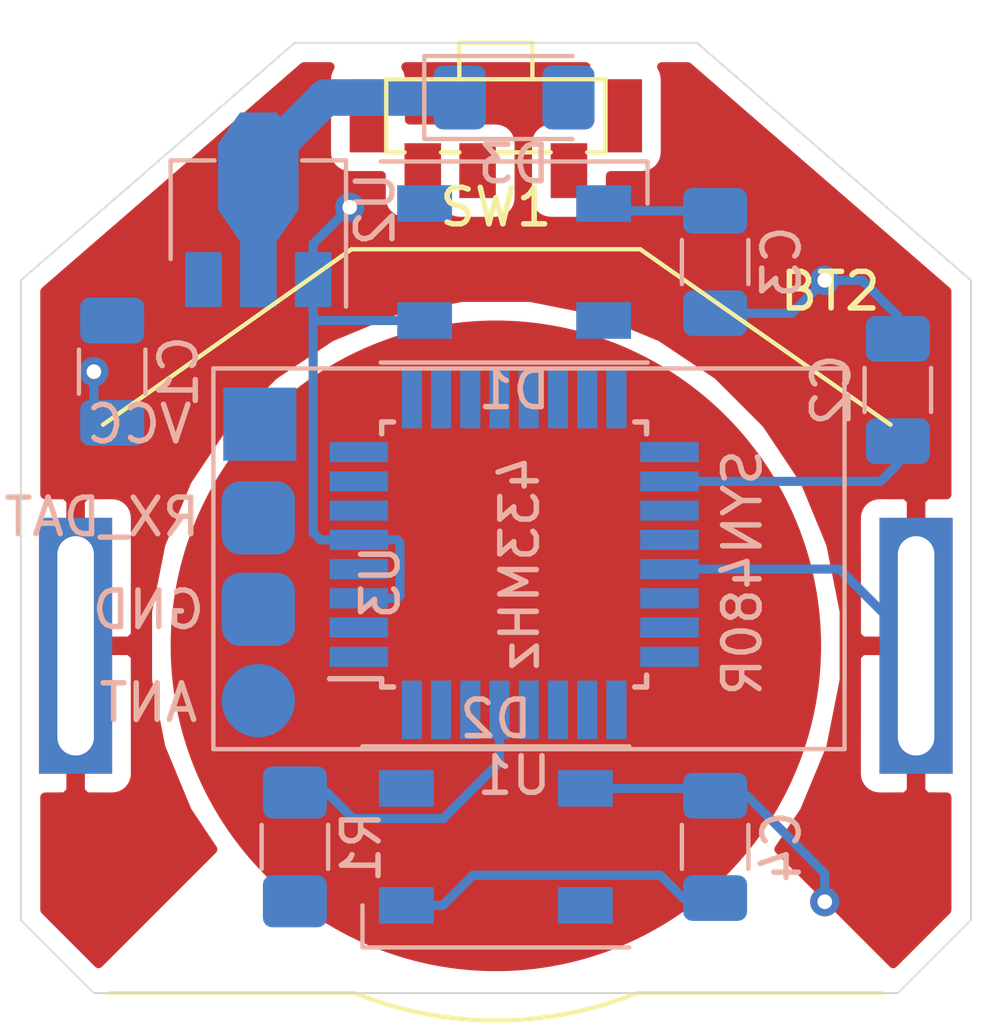
<source format=kicad_pcb>
(kicad_pcb (version 20171130) (host pcbnew 5.1.5)

  (general
    (thickness 1.6)
    (drawings 8)
    (tracks 53)
    (zones 0)
    (modules 13)
    (nets 35)
  )

  (page A4)
  (layers
    (0 F.Cu signal hide)
    (31 B.Cu signal)
    (32 B.Adhes user hide)
    (33 F.Adhes user hide)
    (34 B.Paste user)
    (35 F.Paste user hide)
    (36 B.SilkS user)
    (37 F.SilkS user hide)
    (38 B.Mask user)
    (39 F.Mask user hide)
    (40 Dwgs.User user hide)
    (41 Cmts.User user hide)
    (42 Eco1.User user hide)
    (43 Eco2.User user hide)
    (44 Edge.Cuts user)
    (45 Margin user hide)
    (46 B.CrtYd user)
    (47 F.CrtYd user hide)
    (48 B.Fab user)
    (49 F.Fab user hide)
  )

  (setup
    (last_trace_width 0.25)
    (user_trace_width 0.5)
    (user_trace_width 1)
    (trace_clearance 0.2)
    (zone_clearance 0.508)
    (zone_45_only no)
    (trace_min 0.2)
    (via_size 0.8)
    (via_drill 0.4)
    (via_min_size 0.4)
    (via_min_drill 0.3)
    (uvia_size 0.3)
    (uvia_drill 0.1)
    (uvias_allowed no)
    (uvia_min_size 0.2)
    (uvia_min_drill 0.1)
    (edge_width 0.05)
    (segment_width 0.2)
    (pcb_text_width 0.3)
    (pcb_text_size 1.5 1.5)
    (mod_edge_width 0.12)
    (mod_text_size 1 1)
    (mod_text_width 0.15)
    (pad_size 2 2)
    (pad_drill 0)
    (pad_to_mask_clearance 0.051)
    (solder_mask_min_width 0.25)
    (aux_axis_origin 0 0)
    (visible_elements FFFFFF7F)
    (pcbplotparams
      (layerselection 0x010fc_ffffffff)
      (usegerberextensions false)
      (usegerberattributes false)
      (usegerberadvancedattributes false)
      (creategerberjobfile false)
      (excludeedgelayer true)
      (linewidth 0.100000)
      (plotframeref false)
      (viasonmask false)
      (mode 1)
      (useauxorigin false)
      (hpglpennumber 1)
      (hpglpenspeed 20)
      (hpglpendiameter 15.000000)
      (psnegative false)
      (psa4output false)
      (plotreference true)
      (plotvalue true)
      (plotinvisibletext false)
      (padsonsilk false)
      (subtractmaskfromsilk false)
      (outputformat 1)
      (mirror false)
      (drillshape 1)
      (scaleselection 1)
      (outputdirectory ""))
  )

  (net 0 "")
  (net 1 GND)
  (net 2 vCC_REG)
  (net 3 "Net-(D2-Pad2)")
  (net 4 "Net-(R1-Pad2)")
  (net 5 "Net-(U1-Pad32)")
  (net 6 "Net-(U1-Pad31)")
  (net 7 "Net-(U1-Pad30)")
  (net 8 "Net-(U1-Pad28)")
  (net 9 "Net-(U1-Pad27)")
  (net 10 "Net-(U1-Pad26)")
  (net 11 "Net-(U1-Pad25)")
  (net 12 "Net-(U1-Pad24)")
  (net 13 "Net-(U1-Pad23)")
  (net 14 "Net-(U1-Pad22)")
  (net 15 "Net-(U1-Pad20)")
  (net 16 "Net-(U1-Pad19)")
  (net 17 "Net-(U1-Pad17)")
  (net 18 "Net-(U1-Pad16)")
  (net 19 "Net-(U1-Pad14)")
  (net 20 "Net-(U1-Pad13)")
  (net 21 "Net-(U1-Pad12)")
  (net 22 "Net-(U1-Pad11)")
  (net 23 "Net-(U1-Pad9)")
  (net 24 "Net-(U1-Pad8)")
  (net 25 "Net-(U1-Pad7)")
  (net 26 "Net-(U1-Pad2)")
  (net 27 "Net-(U1-Pad1)")
  (net 28 vBatt)
  (net 29 "Net-(BT1-Pad1)")
  (net 30 "Net-(D3-Pad2)")
  (net 31 LED1DIN)
  (net 32 LEDDODI)
  (net 33 vBattSwitched)
  (net 34 RXDATA)

  (net_class Default "This is the default net class."
    (clearance 0.2)
    (trace_width 0.25)
    (via_dia 0.8)
    (via_drill 0.4)
    (uvia_dia 0.3)
    (uvia_drill 0.1)
    (add_net GND)
    (add_net LED1DIN)
    (add_net LEDDODI)
    (add_net "Net-(BT1-Pad1)")
    (add_net "Net-(D2-Pad2)")
    (add_net "Net-(D3-Pad2)")
    (add_net "Net-(R1-Pad2)")
    (add_net "Net-(U1-Pad1)")
    (add_net "Net-(U1-Pad11)")
    (add_net "Net-(U1-Pad12)")
    (add_net "Net-(U1-Pad13)")
    (add_net "Net-(U1-Pad14)")
    (add_net "Net-(U1-Pad16)")
    (add_net "Net-(U1-Pad17)")
    (add_net "Net-(U1-Pad19)")
    (add_net "Net-(U1-Pad2)")
    (add_net "Net-(U1-Pad20)")
    (add_net "Net-(U1-Pad22)")
    (add_net "Net-(U1-Pad23)")
    (add_net "Net-(U1-Pad24)")
    (add_net "Net-(U1-Pad25)")
    (add_net "Net-(U1-Pad26)")
    (add_net "Net-(U1-Pad27)")
    (add_net "Net-(U1-Pad28)")
    (add_net "Net-(U1-Pad30)")
    (add_net "Net-(U1-Pad31)")
    (add_net "Net-(U1-Pad32)")
    (add_net "Net-(U1-Pad7)")
    (add_net "Net-(U1-Pad8)")
    (add_net "Net-(U1-Pad9)")
    (add_net RXDATA)
    (add_net vBatt)
    (add_net vBattSwitched)
    (add_net vCC_REG)
  )

  (module "SRF Pendants:BatteryHolder_Keystone_3002_1x2032" (layer F.Cu) (tedit 5E7659D9) (tstamp 5E587C2F)
    (at 114 151 180)
    (descr https://www.tme.eu/it/Document/a823211ec201a9e209042d155fe22d2b/KEYS2996.pdf)
    (tags "BR2016 CR2016 DL2016 BR2020 CL2020 BR2025 CR2025 DL2025 DR2032 CR2032 DL2032")
    (path /5E52DB5D)
    (attr smd)
    (fp_text reference BT2 (at -9.15 9.7) (layer F.SilkS)
      (effects (font (size 1 1) (thickness 0.15)))
    )
    (fp_text value Battery_Cell (at 0 -11) (layer F.Fab)
      (effects (font (size 1 1) (thickness 0.15)))
    )
    (fp_line (start -10.55 2.55) (end -10.55 5.85) (layer F.Fab) (width 0.1))
    (fp_line (start 10.55 2.55) (end 10.55 5.9) (layer F.Fab) (width 0.1))
    (fp_line (start -3.8 10.6) (end 3.8 10.6) (layer F.Fab) (width 0.1))
    (fp_line (start 10.55 -2.55) (end 10.55 -9.3) (layer F.Fab) (width 0.1))
    (fp_line (start 10.55 -9.3) (end -10.55 -9.3) (layer F.Fab) (width 0.1))
    (fp_line (start -10.55 -2.55) (end -10.55 -9.3) (layer F.Fab) (width 0.1))
    (fp_line (start -10.55 5.85) (end -3.8 10.6) (layer F.Fab) (width 0.1))
    (fp_line (start -10.8 6.05) (end -3.95 10.85) (layer F.SilkS) (width 0.12))
    (fp_line (start -3.95 10.85) (end 3.95 10.85) (layer F.SilkS) (width 0.12))
    (fp_line (start 3.95 10.85) (end 10.75 6.05) (layer F.SilkS) (width 0.12))
    (fp_line (start 10.55 5.9) (end 3.8 10.6) (layer F.Fab) (width 0.1))
    (fp_circle (center 0 0) (end 10 0) (layer Dwgs.User) (width 0.2))
    (fp_line (start -10.55 -9.5) (end -3.85 -9.5) (layer F.SilkS) (width 0.12))
    (fp_arc (start 0 0) (end 3.85 -9.5) (angle -44.1) (layer F.SilkS) (width 0.12))
    (fp_line (start 10.55 -9.5) (end 3.85 -9.5) (layer F.SilkS) (width 0.12))
    (fp_line (start -11.05 -3.05) (end -11.05 -9.8) (layer F.CrtYd) (width 0.05))
    (fp_line (start -11.05 -9.8) (end -3.9 -9.8) (layer F.CrtYd) (width 0.05))
    (fp_arc (start 0 0) (end 3.9 -9.8) (angle -43.40107348) (layer F.CrtYd) (width 0.05))
    (fp_line (start 11.05 -9.8) (end 3.9 -9.8) (layer F.CrtYd) (width 0.05))
    (fp_line (start 11.05 -9.8) (end 11.05 -3.05) (layer F.CrtYd) (width 0.05))
    (fp_line (start 11.05 3.05) (end 11.05 6.35) (layer F.CrtYd) (width 0.05))
    (fp_line (start 11.05 6.35) (end 4.3 11.1) (layer F.CrtYd) (width 0.05))
    (fp_line (start 4.3 11.1) (end -4.3 11.1) (layer F.CrtYd) (width 0.05))
    (fp_line (start -4.3 11.1) (end -11.05 6.35) (layer F.CrtYd) (width 0.05))
    (fp_line (start -11.05 6.35) (end -11.05 3.05) (layer F.CrtYd) (width 0.05))
    (fp_text user %R (at -9.15 9.7) (layer F.Fab)
      (effects (font (size 1 1) (thickness 0.15)))
    )
    (pad 1 thru_hole rect (at 11.5 0 180) (size 2 7) (drill oval 1 6) (layers *.Cu *.Mask)
      (net 1 GND))
    (pad 2 smd circle (at 0 0 180) (size 17.8 17.8) (layers F.Cu F.Mask)
      (net 29 "Net-(BT1-Pad1)"))
    (pad 1 thru_hole rect (at -11.5 0 180) (size 2 7) (drill oval 1 6) (layers *.Cu *.Mask)
      (net 1 GND))
    (model ${KISYS3DMOD}/Battery.3dshapes/BatteryHolder_Keystone_3002_1x2032.wrl
      (at (xyz 0 0 0))
      (scale (xyz 1 1 1))
      (rotate (xyz 0 0 0))
    )
  )

  (module Diode_SMD:D_1206_3216Metric_Pad1.42x1.75mm_HandSolder (layer B.Cu) (tedit 5E76572C) (tstamp 5E767A1B)
    (at 114.5 136)
    (descr "Diode SMD 1206 (3216 Metric), square (rectangular) end terminal, IPC_7351 nominal, (Body size source: http://www.tortai-tech.com/upload/download/2011102023233369053.pdf), generated with kicad-footprint-generator")
    (tags "diode handsolder")
    (path /5E767D04)
    (attr smd)
    (fp_text reference D3 (at 0 1.82) (layer B.SilkS)
      (effects (font (size 1 1) (thickness 0.15)) (justify mirror))
    )
    (fp_text value DIODE (at 0 -1.82) (layer B.Fab)
      (effects (font (size 1 1) (thickness 0.15)) (justify mirror))
    )
    (fp_text user %R (at 0 0) (layer B.Fab)
      (effects (font (size 0.8 0.8) (thickness 0.12)) (justify mirror))
    )
    (fp_line (start 2.45 -1.12) (end -2.45 -1.12) (layer B.CrtYd) (width 0.05))
    (fp_line (start 2.45 1.12) (end 2.45 -1.12) (layer B.CrtYd) (width 0.05))
    (fp_line (start -2.45 1.12) (end 2.45 1.12) (layer B.CrtYd) (width 0.05))
    (fp_line (start -2.45 -1.12) (end -2.45 1.12) (layer B.CrtYd) (width 0.05))
    (fp_line (start -2.46 -1.135) (end 1.6 -1.135) (layer B.SilkS) (width 0.12))
    (fp_line (start -2.46 1.135) (end -2.46 -1.135) (layer B.SilkS) (width 0.12))
    (fp_line (start 1.6 1.135) (end -2.46 1.135) (layer B.SilkS) (width 0.12))
    (fp_line (start 1.6 -0.8) (end 1.6 0.8) (layer B.Fab) (width 0.1))
    (fp_line (start -1.6 -0.8) (end 1.6 -0.8) (layer B.Fab) (width 0.1))
    (fp_line (start -1.6 0.4) (end -1.6 -0.8) (layer B.Fab) (width 0.1))
    (fp_line (start -1.2 0.8) (end -1.6 0.4) (layer B.Fab) (width 0.1))
    (fp_line (start 1.6 0.8) (end -1.2 0.8) (layer B.Fab) (width 0.1))
    (pad 2 smd roundrect (at 1.4875 0) (size 1.425 1.75) (layers B.Cu B.Paste B.Mask) (roundrect_rratio 0.175)
      (net 30 "Net-(D3-Pad2)"))
    (pad 1 smd roundrect (at -1.4875 0) (size 1.425 1.75) (layers B.Cu B.Paste B.Mask) (roundrect_rratio 0.175439)
      (net 33 vBattSwitched))
    (model ${KISYS3DMOD}/Diode_SMD.3dshapes/D_1206_3216Metric.wrl
      (at (xyz 0 0 0))
      (scale (xyz 1 1 1))
      (rotate (xyz 0 0 0))
    )
  )

  (module "SRF Pendants:RF433_SYN480R" (layer B.Cu) (tedit 5E7666AA) (tstamp 5E58807E)
    (at 105 149 270)
    (path /5E5322A6)
    (fp_text reference U3 (at 0.254 -5.842 270) (layer B.SilkS)
      (effects (font (size 1 1) (thickness 0.15)) (justify mirror))
    )
    (fp_text value RF433-SYN480R (at 0 0.5 270) (layer B.Fab)
      (effects (font (size 1 1) (thickness 0.15)) (justify mirror))
    )
    (fp_text user ANT (at 3.556 0.508 180) (layer B.SilkS)
      (effects (font (size 1 1) (thickness 0.15)) (justify mirror))
    )
    (fp_text user GND (at 1.016 0.508 180) (layer B.SilkS)
      (effects (font (size 1 1) (thickness 0.15)) (justify mirror))
    )
    (fp_text user RX_DAT (at -1.524 1.778 180) (layer B.SilkS)
      (effects (font (size 1 1) (thickness 0.15)) (justify mirror))
    )
    (fp_text user VCC (at -4.064 0.762 180) (layer B.SilkS)
      (effects (font (size 1 1) (thickness 0.15)) (justify mirror))
    )
    (fp_text user 433MHz (at -0.254 -9.652 270) (layer B.SilkS)
      (effects (font (size 1 1) (thickness 0.15)) (justify mirror))
    )
    (fp_text user SYN480R (at 0 -15.748 270) (layer B.SilkS)
      (effects (font (size 1 1) (thickness 0.15)) (justify mirror))
    )
    (fp_line (start 4.826 -18.542) (end 4.826 -1.27) (layer B.SilkS) (width 0.12))
    (fp_line (start -5.588 -18.542) (end 4.826 -18.542) (layer B.SilkS) (width 0.12))
    (fp_line (start -5.588 -1.27) (end -5.588 -18.542) (layer B.SilkS) (width 0.12))
    (fp_line (start 4.826 -1.27) (end -5.588 -1.27) (layer B.SilkS) (width 0.12))
    (fp_arc (start -3.5 -17) (end -3.5 -15.5) (angle 90) (layer Dwgs.User) (width 0.12))
    (fp_arc (start -3.5 -17) (end -5 -17) (angle 90) (layer Dwgs.User) (width 0.12))
    (fp_arc (start 3 -17) (end 4.5 -17) (angle 90) (layer Dwgs.User) (width 0.12))
    (fp_arc (start 3 -17) (end 3 -18.5) (angle 90) (layer Dwgs.User) (width 0.12))
    (pad 4 smd circle (at 3.5 -2.5 270) (size 2 2) (layers B.Cu B.Paste B.Mask)
      (thermal_gap 0.5))
    (pad 3 smd roundrect (at 1 -2.5 270) (size 2 2) (layers B.Cu B.Paste B.Mask) (roundrect_rratio 0.25))
    (pad 2 smd roundrect (at -1.5 -2.5 270) (size 2 2) (layers B.Cu B.Paste B.Mask) (roundrect_rratio 0.25))
    (pad 1 smd rect (at -4.064 -2.54 270) (size 2 2) (layers B.Cu B.Paste B.Mask))
  )

  (module LED_SMD:LED_SK6812_PLCC4_5.0x5.0mm_P3.2mm (layer B.Cu) (tedit 5AA4B263) (tstamp 5E547972)
    (at 114.5 140.5)
    (descr https://cdn-shop.adafruit.com/product-files/1138/SK6812+LED+datasheet+.pdf)
    (tags "LED RGB NeoPixel")
    (path /5E52C706)
    (attr smd)
    (fp_text reference D1 (at 0 3.5) (layer B.SilkS)
      (effects (font (size 1 1) (thickness 0.15)) (justify mirror))
    )
    (fp_text value WS2812B (at 0 -4) (layer B.Fab)
      (effects (font (size 1 1) (thickness 0.15)) (justify mirror))
    )
    (fp_circle (center 0 0) (end 0 2) (layer B.Fab) (width 0.1))
    (fp_line (start 3.65 -2.75) (end 3.65 -1.6) (layer B.SilkS) (width 0.12))
    (fp_line (start -3.65 -2.75) (end 3.65 -2.75) (layer B.SilkS) (width 0.12))
    (fp_line (start -3.65 2.75) (end 3.65 2.75) (layer B.SilkS) (width 0.12))
    (fp_line (start 2.5 2.5) (end -2.5 2.5) (layer B.Fab) (width 0.1))
    (fp_line (start 2.5 -2.5) (end 2.5 2.5) (layer B.Fab) (width 0.1))
    (fp_line (start -2.5 -2.5) (end 2.5 -2.5) (layer B.Fab) (width 0.1))
    (fp_line (start -2.5 2.5) (end -2.5 -2.5) (layer B.Fab) (width 0.1))
    (fp_line (start 2.5 -1.5) (end 1.5 -2.5) (layer B.Fab) (width 0.1))
    (fp_line (start -3.45 2.75) (end -3.45 -2.75) (layer B.CrtYd) (width 0.05))
    (fp_line (start -3.45 -2.75) (end 3.45 -2.75) (layer B.CrtYd) (width 0.05))
    (fp_line (start 3.45 -2.75) (end 3.45 2.75) (layer B.CrtYd) (width 0.05))
    (fp_line (start 3.45 2.75) (end -3.45 2.75) (layer B.CrtYd) (width 0.05))
    (fp_text user %R (at 0 0) (layer B.Fab)
      (effects (font (size 0.8 0.8) (thickness 0.15)) (justify mirror))
    )
    (pad 3 smd rect (at -2.45 1.6) (size 1.5 1) (layers B.Cu B.Paste B.Mask)
      (net 1 GND))
    (pad 4 smd rect (at -2.45 -1.6) (size 1.5 1) (layers B.Cu B.Paste B.Mask)
      (net 31 LED1DIN))
    (pad 2 smd rect (at 2.45 1.6) (size 1.5 1) (layers B.Cu B.Paste B.Mask)
      (net 32 LEDDODI))
    (pad 1 smd rect (at 2.45 -1.6) (size 1.5 1) (layers B.Cu B.Paste B.Mask)
      (net 2 vCC_REG))
    (model ${KISYS3DMOD}/LED_SMD.3dshapes/LED_SK6812_PLCC4_5.0x5.0mm_P3.2mm.wrl
      (at (xyz 0 0 0))
      (scale (xyz 1 1 1))
      (rotate (xyz 0 0 0))
    )
  )

  (module Package_TO_SOT_SMD:SOT-89-3 (layer B.Cu) (tedit 5E765789) (tstamp 5E5475DD)
    (at 107.5 139.5 90)
    (descr SOT-89-3)
    (tags SOT-89-3)
    (path /5E56311E)
    (attr smd)
    (fp_text reference U2 (at 0.45 3.2 90) (layer B.SilkS)
      (effects (font (size 1 1) (thickness 0.15)) (justify mirror))
    )
    (fp_text value AP2204RA-5.0 (at 0.45 -3.25 90) (layer B.Fab)
      (effects (font (size 1 1) (thickness 0.15)) (justify mirror))
    )
    (fp_line (start -2.48 -2.55) (end -2.48 2.55) (layer B.CrtYd) (width 0.05))
    (fp_line (start -2.48 -2.55) (end 3.23 -2.55) (layer B.CrtYd) (width 0.05))
    (fp_line (start 3.23 2.55) (end -2.48 2.55) (layer B.CrtYd) (width 0.05))
    (fp_line (start 3.23 2.55) (end 3.23 -2.55) (layer B.CrtYd) (width 0.05))
    (fp_line (start -0.13 2.3) (end 1.68 2.3) (layer B.Fab) (width 0.1))
    (fp_line (start -0.92 -2.3) (end -0.92 1.51) (layer B.Fab) (width 0.1))
    (fp_line (start 1.68 -2.3) (end -0.92 -2.3) (layer B.Fab) (width 0.1))
    (fp_line (start 1.68 2.3) (end 1.68 -2.3) (layer B.Fab) (width 0.1))
    (fp_line (start -0.92 1.51) (end -0.13 2.3) (layer B.Fab) (width 0.1))
    (fp_line (start 1.78 2.4) (end 1.78 1.2) (layer B.SilkS) (width 0.12))
    (fp_line (start -2.22 2.4) (end 1.78 2.4) (layer B.SilkS) (width 0.12))
    (fp_line (start 1.78 -2.4) (end -0.92 -2.4) (layer B.SilkS) (width 0.12))
    (fp_line (start 1.78 -1.2) (end 1.78 -2.4) (layer B.SilkS) (width 0.12))
    (fp_text user %R (at 0.38 0 180) (layer B.Fab)
      (effects (font (size 0.6 0.6) (thickness 0.09)) (justify mirror))
    )
    (pad 2 smd trapezoid (at -0.0762 0) (size 1.5 1) (rect_delta 0 -0.7 ) (layers B.Cu B.Paste B.Mask)
      (net 30 "Net-(D3-Pad2)"))
    (pad 2 smd rect (at 1.3335 0 180) (size 2.2 1.84) (layers B.Cu B.Paste B.Mask)
      (net 30 "Net-(D3-Pad2)"))
    (pad 3 smd rect (at -1.48 -1.5 180) (size 1 1.5) (layers B.Cu B.Paste B.Mask)
      (net 2 vCC_REG))
    (pad 2 smd rect (at -1.3335 0 180) (size 1 1.8) (layers B.Cu B.Paste B.Mask)
      (net 30 "Net-(D3-Pad2)"))
    (pad 1 smd rect (at -1.48 1.5 180) (size 1 1.5) (layers B.Cu B.Paste B.Mask)
      (net 1 GND))
    (pad 2 smd trapezoid (at 2.667 0 180) (size 1.6 0.85) (rect_delta 0 -0.6 ) (layers B.Cu B.Paste B.Mask)
      (net 30 "Net-(D3-Pad2)"))
    (model ${KISYS3DMOD}/Package_TO_SOT_SMD.3dshapes/SOT-89-3.wrl
      (at (xyz 0 0 0))
      (scale (xyz 1 1 1))
      (rotate (xyz 0 0 0))
    )
  )

  (module Package_QFP:TQFP-32_7x7mm_P0.8mm (layer B.Cu) (tedit 5A02F146) (tstamp 5E5999F6)
    (at 114.5 148.5)
    (descr "32-Lead Plastic Thin Quad Flatpack (PT) - 7x7x1.0 mm Body, 2.00 mm [TQFP] (see Microchip Packaging Specification 00000049BS.pdf)")
    (tags "QFP 0.8")
    (path /5E52B69A)
    (attr smd)
    (fp_text reference U1 (at 0 6.05) (layer B.SilkS)
      (effects (font (size 1 1) (thickness 0.15)) (justify mirror))
    )
    (fp_text value ATmega328P-AU (at 0 -6.05) (layer B.Fab)
      (effects (font (size 1 1) (thickness 0.15)) (justify mirror))
    )
    (fp_line (start -3.625 3.4) (end -5.05 3.4) (layer B.SilkS) (width 0.15))
    (fp_line (start 3.625 3.625) (end 3.3 3.625) (layer B.SilkS) (width 0.15))
    (fp_line (start 3.625 -3.625) (end 3.3 -3.625) (layer B.SilkS) (width 0.15))
    (fp_line (start -3.625 -3.625) (end -3.3 -3.625) (layer B.SilkS) (width 0.15))
    (fp_line (start -3.625 3.625) (end -3.3 3.625) (layer B.SilkS) (width 0.15))
    (fp_line (start -3.625 -3.625) (end -3.625 -3.3) (layer B.SilkS) (width 0.15))
    (fp_line (start 3.625 -3.625) (end 3.625 -3.3) (layer B.SilkS) (width 0.15))
    (fp_line (start 3.625 3.625) (end 3.625 3.3) (layer B.SilkS) (width 0.15))
    (fp_line (start -3.625 3.625) (end -3.625 3.4) (layer B.SilkS) (width 0.15))
    (fp_line (start -5.3 -5.3) (end 5.3 -5.3) (layer B.CrtYd) (width 0.05))
    (fp_line (start -5.3 5.3) (end 5.3 5.3) (layer B.CrtYd) (width 0.05))
    (fp_line (start 5.3 5.3) (end 5.3 -5.3) (layer B.CrtYd) (width 0.05))
    (fp_line (start -5.3 5.3) (end -5.3 -5.3) (layer B.CrtYd) (width 0.05))
    (fp_line (start -3.5 2.5) (end -2.5 3.5) (layer B.Fab) (width 0.15))
    (fp_line (start -3.5 -3.5) (end -3.5 2.5) (layer B.Fab) (width 0.15))
    (fp_line (start 3.5 -3.5) (end -3.5 -3.5) (layer B.Fab) (width 0.15))
    (fp_line (start 3.5 3.5) (end 3.5 -3.5) (layer B.Fab) (width 0.15))
    (fp_line (start -2.5 3.5) (end 3.5 3.5) (layer B.Fab) (width 0.15))
    (fp_text user %R (at 0 0 270) (layer B.Fab)
      (effects (font (size 1 1) (thickness 0.15)) (justify mirror))
    )
    (pad 32 smd rect (at -2.8 4.25 270) (size 1.6 0.55) (layers B.Cu B.Paste B.Mask)
      (net 5 "Net-(U1-Pad32)"))
    (pad 31 smd rect (at -2 4.25 270) (size 1.6 0.55) (layers B.Cu B.Paste B.Mask)
      (net 6 "Net-(U1-Pad31)"))
    (pad 30 smd rect (at -1.2 4.25 270) (size 1.6 0.55) (layers B.Cu B.Paste B.Mask)
      (net 7 "Net-(U1-Pad30)"))
    (pad 29 smd rect (at -0.4 4.25 270) (size 1.6 0.55) (layers B.Cu B.Paste B.Mask)
      (net 4 "Net-(R1-Pad2)"))
    (pad 28 smd rect (at 0.4 4.25 270) (size 1.6 0.55) (layers B.Cu B.Paste B.Mask)
      (net 8 "Net-(U1-Pad28)"))
    (pad 27 smd rect (at 1.2 4.25 270) (size 1.6 0.55) (layers B.Cu B.Paste B.Mask)
      (net 9 "Net-(U1-Pad27)"))
    (pad 26 smd rect (at 2 4.25 270) (size 1.6 0.55) (layers B.Cu B.Paste B.Mask)
      (net 10 "Net-(U1-Pad26)"))
    (pad 25 smd rect (at 2.8 4.25 270) (size 1.6 0.55) (layers B.Cu B.Paste B.Mask)
      (net 11 "Net-(U1-Pad25)"))
    (pad 24 smd rect (at 4.25 2.8) (size 1.6 0.55) (layers B.Cu B.Paste B.Mask)
      (net 12 "Net-(U1-Pad24)"))
    (pad 23 smd rect (at 4.25 2) (size 1.6 0.55) (layers B.Cu B.Paste B.Mask)
      (net 13 "Net-(U1-Pad23)"))
    (pad 22 smd rect (at 4.25 1.2) (size 1.6 0.55) (layers B.Cu B.Paste B.Mask)
      (net 14 "Net-(U1-Pad22)"))
    (pad 21 smd rect (at 4.25 0.4) (size 1.6 0.55) (layers B.Cu B.Paste B.Mask)
      (net 1 GND))
    (pad 20 smd rect (at 4.25 -0.4) (size 1.6 0.55) (layers B.Cu B.Paste B.Mask)
      (net 15 "Net-(U1-Pad20)"))
    (pad 19 smd rect (at 4.25 -1.2) (size 1.6 0.55) (layers B.Cu B.Paste B.Mask)
      (net 16 "Net-(U1-Pad19)"))
    (pad 18 smd rect (at 4.25 -2) (size 1.6 0.55) (layers B.Cu B.Paste B.Mask)
      (net 2 vCC_REG))
    (pad 17 smd rect (at 4.25 -2.8) (size 1.6 0.55) (layers B.Cu B.Paste B.Mask)
      (net 17 "Net-(U1-Pad17)"))
    (pad 16 smd rect (at 2.8 -4.25 270) (size 1.6 0.55) (layers B.Cu B.Paste B.Mask)
      (net 18 "Net-(U1-Pad16)"))
    (pad 15 smd rect (at 2 -4.25 270) (size 1.6 0.55) (layers B.Cu B.Paste B.Mask)
      (net 34 RXDATA))
    (pad 14 smd rect (at 1.2 -4.25 270) (size 1.6 0.55) (layers B.Cu B.Paste B.Mask)
      (net 19 "Net-(U1-Pad14)"))
    (pad 13 smd rect (at 0.4 -4.25 270) (size 1.6 0.55) (layers B.Cu B.Paste B.Mask)
      (net 20 "Net-(U1-Pad13)"))
    (pad 12 smd rect (at -0.4 -4.25 270) (size 1.6 0.55) (layers B.Cu B.Paste B.Mask)
      (net 21 "Net-(U1-Pad12)"))
    (pad 11 smd rect (at -1.2 -4.25 270) (size 1.6 0.55) (layers B.Cu B.Paste B.Mask)
      (net 22 "Net-(U1-Pad11)"))
    (pad 10 smd rect (at -2 -4.25 270) (size 1.6 0.55) (layers B.Cu B.Paste B.Mask)
      (net 31 LED1DIN))
    (pad 9 smd rect (at -2.8 -4.25 270) (size 1.6 0.55) (layers B.Cu B.Paste B.Mask)
      (net 23 "Net-(U1-Pad9)"))
    (pad 8 smd rect (at -4.25 -2.8) (size 1.6 0.55) (layers B.Cu B.Paste B.Mask)
      (net 24 "Net-(U1-Pad8)"))
    (pad 7 smd rect (at -4.25 -2) (size 1.6 0.55) (layers B.Cu B.Paste B.Mask)
      (net 25 "Net-(U1-Pad7)"))
    (pad 6 smd rect (at -4.25 -1.2) (size 1.6 0.55) (layers B.Cu B.Paste B.Mask)
      (net 2 vCC_REG))
    (pad 5 smd rect (at -4.25 -0.4) (size 1.6 0.55) (layers B.Cu B.Paste B.Mask)
      (net 1 GND))
    (pad 4 smd rect (at -4.25 0.4) (size 1.6 0.55) (layers B.Cu B.Paste B.Mask)
      (net 2 vCC_REG))
    (pad 3 smd rect (at -4.25 1.2) (size 1.6 0.55) (layers B.Cu B.Paste B.Mask)
      (net 1 GND))
    (pad 2 smd rect (at -4.25 2) (size 1.6 0.55) (layers B.Cu B.Paste B.Mask)
      (net 26 "Net-(U1-Pad2)"))
    (pad 1 smd rect (at -4.25 2.8) (size 1.6 0.55) (layers B.Cu B.Paste B.Mask)
      (net 27 "Net-(U1-Pad1)"))
    (model ${KISYS3DMOD}/Package_QFP.3dshapes/TQFP-32_7x7mm_P0.8mm.wrl
      (at (xyz 0 0 0))
      (scale (xyz 1 1 1))
      (rotate (xyz 0 0 0))
    )
  )

  (module "SRF Pendants:UX0303_SPDP_SMD_Switch" (layer F.Cu) (tedit 5E547E4F) (tstamp 5E54758E)
    (at 114 139.5 180)
    (path /5E537729)
    (fp_text reference SW1 (at 0 0.5) (layer F.SilkS)
      (effects (font (size 1 1) (thickness 0.15)))
    )
    (fp_text value SW_SPST (at 0 -0.5) (layer F.Fab)
      (effects (font (size 1 1) (thickness 0.15)))
    )
    (fp_line (start -2.5 2) (end -3 2) (layer F.SilkS) (width 0.12))
    (fp_line (start 0 2) (end -1.5 2) (layer F.SilkS) (width 0.12))
    (fp_line (start 1.5 2) (end 1 2) (layer F.SilkS) (width 0.12))
    (fp_line (start 3 2) (end 2.5 2) (layer F.SilkS) (width 0.12))
    (fp_line (start 3 2) (end 3 4) (layer F.SilkS) (width 0.12))
    (fp_line (start 3 4) (end -3 4) (layer F.SilkS) (width 0.12))
    (fp_line (start -3 4) (end -3 2) (layer F.SilkS) (width 0.12))
    (fp_line (start -1 4) (end -1 5) (layer F.SilkS) (width 0.12))
    (fp_line (start -1 5) (end 1 5) (layer F.SilkS) (width 0.12))
    (fp_line (start 1 5) (end 1 4) (layer F.SilkS) (width 0.12))
    (pad X smd rect (at -3.5 3 180) (size 1 2) (layers F.Cu F.Paste F.Mask))
    (pad X smd rect (at 3.5 3 180) (size 1 2) (layers F.Cu F.Paste F.Mask))
    (pad 1 smd rect (at 2 1.5 180) (size 1 1.5) (layers F.Cu F.Paste F.Mask)
      (net 29 "Net-(BT1-Pad1)"))
    (pad 2 smd rect (at 0.5 1.5 180) (size 1 1.5) (layers F.Cu F.Paste F.Mask)
      (net 33 vBattSwitched))
    (pad 3 smd rect (at -2 1.5 180) (size 1 1.5) (layers F.Cu F.Paste F.Mask))
  )

  (module Resistor_SMD:R_1206_3216Metric_Pad1.42x1.75mm_HandSolder (layer B.Cu) (tedit 5B301BBD) (tstamp 5E54757B)
    (at 108.5 156.5 90)
    (descr "Resistor SMD 1206 (3216 Metric), square (rectangular) end terminal, IPC_7351 nominal with elongated pad for handsoldering. (Body size source: http://www.tortai-tech.com/upload/download/2011102023233369053.pdf), generated with kicad-footprint-generator")
    (tags "resistor handsolder")
    (path /5E52EB45)
    (attr smd)
    (fp_text reference R1 (at 0 1.82 90) (layer B.SilkS)
      (effects (font (size 1 1) (thickness 0.15)) (justify mirror))
    )
    (fp_text value R (at 0 -1.82 90) (layer B.Fab)
      (effects (font (size 1 1) (thickness 0.15)) (justify mirror))
    )
    (fp_text user %R (at 0 0 90) (layer B.Fab)
      (effects (font (size 0.8 0.8) (thickness 0.12)) (justify mirror))
    )
    (fp_line (start 2.45 -1.12) (end -2.45 -1.12) (layer B.CrtYd) (width 0.05))
    (fp_line (start 2.45 1.12) (end 2.45 -1.12) (layer B.CrtYd) (width 0.05))
    (fp_line (start -2.45 1.12) (end 2.45 1.12) (layer B.CrtYd) (width 0.05))
    (fp_line (start -2.45 -1.12) (end -2.45 1.12) (layer B.CrtYd) (width 0.05))
    (fp_line (start -0.602064 -0.91) (end 0.602064 -0.91) (layer B.SilkS) (width 0.12))
    (fp_line (start -0.602064 0.91) (end 0.602064 0.91) (layer B.SilkS) (width 0.12))
    (fp_line (start 1.6 -0.8) (end -1.6 -0.8) (layer B.Fab) (width 0.1))
    (fp_line (start 1.6 0.8) (end 1.6 -0.8) (layer B.Fab) (width 0.1))
    (fp_line (start -1.6 0.8) (end 1.6 0.8) (layer B.Fab) (width 0.1))
    (fp_line (start -1.6 -0.8) (end -1.6 0.8) (layer B.Fab) (width 0.1))
    (pad 2 smd roundrect (at 1.4875 0 90) (size 1.425 1.75) (layers B.Cu B.Paste B.Mask) (roundrect_rratio 0.175439)
      (net 4 "Net-(R1-Pad2)"))
    (pad 1 smd roundrect (at -1.4875 0 90) (size 1.425 1.75) (layers B.Cu B.Paste B.Mask) (roundrect_rratio 0.175439)
      (net 2 vCC_REG))
    (model ${KISYS3DMOD}/Resistor_SMD.3dshapes/R_1206_3216Metric.wrl
      (at (xyz 0 0 0))
      (scale (xyz 1 1 1))
      (rotate (xyz 0 0 0))
    )
  )

  (module LED_SMD:LED_SK6812_PLCC4_5.0x5.0mm_P3.2mm (layer B.Cu) (tedit 5AA4B263) (tstamp 5E54756A)
    (at 114 156.5 180)
    (descr https://cdn-shop.adafruit.com/product-files/1138/SK6812+LED+datasheet+.pdf)
    (tags "LED RGB NeoPixel")
    (path /5E52CF8C)
    (attr smd)
    (fp_text reference D2 (at 0 3.5) (layer B.SilkS)
      (effects (font (size 1 1) (thickness 0.15)) (justify mirror))
    )
    (fp_text value WS2812B (at 0 -4) (layer B.Fab)
      (effects (font (size 1 1) (thickness 0.15)) (justify mirror))
    )
    (fp_circle (center 0 0) (end 0 2) (layer B.Fab) (width 0.1))
    (fp_line (start 3.65 -2.75) (end 3.65 -1.6) (layer B.SilkS) (width 0.12))
    (fp_line (start -3.65 -2.75) (end 3.65 -2.75) (layer B.SilkS) (width 0.12))
    (fp_line (start -3.65 2.75) (end 3.65 2.75) (layer B.SilkS) (width 0.12))
    (fp_line (start 2.5 2.5) (end -2.5 2.5) (layer B.Fab) (width 0.1))
    (fp_line (start 2.5 -2.5) (end 2.5 2.5) (layer B.Fab) (width 0.1))
    (fp_line (start -2.5 -2.5) (end 2.5 -2.5) (layer B.Fab) (width 0.1))
    (fp_line (start -2.5 2.5) (end -2.5 -2.5) (layer B.Fab) (width 0.1))
    (fp_line (start 2.5 -1.5) (end 1.5 -2.5) (layer B.Fab) (width 0.1))
    (fp_line (start -3.45 2.75) (end -3.45 -2.75) (layer B.CrtYd) (width 0.05))
    (fp_line (start -3.45 -2.75) (end 3.45 -2.75) (layer B.CrtYd) (width 0.05))
    (fp_line (start 3.45 -2.75) (end 3.45 2.75) (layer B.CrtYd) (width 0.05))
    (fp_line (start 3.45 2.75) (end -3.45 2.75) (layer B.CrtYd) (width 0.05))
    (fp_text user %R (at 0 0) (layer B.Fab)
      (effects (font (size 0.8 0.8) (thickness 0.15)) (justify mirror))
    )
    (pad 3 smd rect (at -2.45 1.6 180) (size 1.5 1) (layers B.Cu B.Paste B.Mask)
      (net 1 GND))
    (pad 4 smd rect (at -2.45 -1.6 180) (size 1.5 1) (layers B.Cu B.Paste B.Mask)
      (net 32 LEDDODI))
    (pad 2 smd rect (at 2.45 1.6 180) (size 1.5 1) (layers B.Cu B.Paste B.Mask)
      (net 3 "Net-(D2-Pad2)"))
    (pad 1 smd rect (at 2.45 -1.6 180) (size 1.5 1) (layers B.Cu B.Paste B.Mask)
      (net 2 vCC_REG))
    (model ${KISYS3DMOD}/LED_SMD.3dshapes/LED_SK6812_PLCC4_5.0x5.0mm_P3.2mm.wrl
      (at (xyz 0 0 0))
      (scale (xyz 1 1 1))
      (rotate (xyz 0 0 0))
    )
  )

  (module Capacitor_SMD:C_1206_3216Metric (layer B.Cu) (tedit 5B301BBE) (tstamp 5E54753E)
    (at 120 156.5 90)
    (descr "Capacitor SMD 1206 (3216 Metric), square (rectangular) end terminal, IPC_7351 nominal, (Body size source: http://www.tortai-tech.com/upload/download/2011102023233369053.pdf), generated with kicad-footprint-generator")
    (tags capacitor)
    (path /5E52F2FC)
    (attr smd)
    (fp_text reference C4 (at 0 1.82 270) (layer B.SilkS)
      (effects (font (size 1 1) (thickness 0.15)) (justify mirror))
    )
    (fp_text value C_Small (at 0 -1.82 270) (layer B.Fab)
      (effects (font (size 1 1) (thickness 0.15)) (justify mirror))
    )
    (fp_text user %R (at 0 0 270) (layer B.Fab)
      (effects (font (size 0.8 0.8) (thickness 0.12)) (justify mirror))
    )
    (fp_line (start 2.28 -1.12) (end -2.28 -1.12) (layer B.CrtYd) (width 0.05))
    (fp_line (start 2.28 1.12) (end 2.28 -1.12) (layer B.CrtYd) (width 0.05))
    (fp_line (start -2.28 1.12) (end 2.28 1.12) (layer B.CrtYd) (width 0.05))
    (fp_line (start -2.28 -1.12) (end -2.28 1.12) (layer B.CrtYd) (width 0.05))
    (fp_line (start -0.602064 -0.91) (end 0.602064 -0.91) (layer B.SilkS) (width 0.12))
    (fp_line (start -0.602064 0.91) (end 0.602064 0.91) (layer B.SilkS) (width 0.12))
    (fp_line (start 1.6 -0.8) (end -1.6 -0.8) (layer B.Fab) (width 0.1))
    (fp_line (start 1.6 0.8) (end 1.6 -0.8) (layer B.Fab) (width 0.1))
    (fp_line (start -1.6 0.8) (end 1.6 0.8) (layer B.Fab) (width 0.1))
    (fp_line (start -1.6 -0.8) (end -1.6 0.8) (layer B.Fab) (width 0.1))
    (pad 2 smd roundrect (at 1.4 0 90) (size 1.25 1.75) (layers B.Cu B.Paste B.Mask) (roundrect_rratio 0.2)
      (net 1 GND))
    (pad 1 smd roundrect (at -1.4 0 90) (size 1.25 1.75) (layers B.Cu B.Paste B.Mask) (roundrect_rratio 0.2)
      (net 2 vCC_REG))
    (model ${KISYS3DMOD}/Capacitor_SMD.3dshapes/C_1206_3216Metric.wrl
      (at (xyz 0 0 0))
      (scale (xyz 1 1 1))
      (rotate (xyz 0 0 0))
    )
  )

  (module Capacitor_SMD:C_1206_3216Metric (layer B.Cu) (tedit 5B301BBE) (tstamp 5E54752D)
    (at 120 140.5 90)
    (descr "Capacitor SMD 1206 (3216 Metric), square (rectangular) end terminal, IPC_7351 nominal, (Body size source: http://www.tortai-tech.com/upload/download/2011102023233369053.pdf), generated with kicad-footprint-generator")
    (tags capacitor)
    (path /5E52EF8C)
    (attr smd)
    (fp_text reference C3 (at 0 1.82 270) (layer B.SilkS)
      (effects (font (size 1 1) (thickness 0.15)) (justify mirror))
    )
    (fp_text value C_Small (at 0 -1.82 270) (layer B.Fab)
      (effects (font (size 1 1) (thickness 0.15)) (justify mirror))
    )
    (fp_text user %R (at 0 0 270) (layer B.Fab)
      (effects (font (size 0.8 0.8) (thickness 0.12)) (justify mirror))
    )
    (fp_line (start 2.28 -1.12) (end -2.28 -1.12) (layer B.CrtYd) (width 0.05))
    (fp_line (start 2.28 1.12) (end 2.28 -1.12) (layer B.CrtYd) (width 0.05))
    (fp_line (start -2.28 1.12) (end 2.28 1.12) (layer B.CrtYd) (width 0.05))
    (fp_line (start -2.28 -1.12) (end -2.28 1.12) (layer B.CrtYd) (width 0.05))
    (fp_line (start -0.602064 -0.91) (end 0.602064 -0.91) (layer B.SilkS) (width 0.12))
    (fp_line (start -0.602064 0.91) (end 0.602064 0.91) (layer B.SilkS) (width 0.12))
    (fp_line (start 1.6 -0.8) (end -1.6 -0.8) (layer B.Fab) (width 0.1))
    (fp_line (start 1.6 0.8) (end 1.6 -0.8) (layer B.Fab) (width 0.1))
    (fp_line (start -1.6 0.8) (end 1.6 0.8) (layer B.Fab) (width 0.1))
    (fp_line (start -1.6 -0.8) (end -1.6 0.8) (layer B.Fab) (width 0.1))
    (pad 2 smd roundrect (at 1.4 0 90) (size 1.25 1.75) (layers B.Cu B.Paste B.Mask) (roundrect_rratio 0.2)
      (net 2 vCC_REG))
    (pad 1 smd roundrect (at -1.4 0 90) (size 1.25 1.75) (layers B.Cu B.Paste B.Mask) (roundrect_rratio 0.2)
      (net 1 GND))
    (model ${KISYS3DMOD}/Capacitor_SMD.3dshapes/C_1206_3216Metric.wrl
      (at (xyz 0 0 0))
      (scale (xyz 1 1 1))
      (rotate (xyz 0 0 0))
    )
  )

  (module Capacitor_SMD:C_1206_3216Metric (layer B.Cu) (tedit 5B301BBE) (tstamp 5E54751C)
    (at 125 144 270)
    (descr "Capacitor SMD 1206 (3216 Metric), square (rectangular) end terminal, IPC_7351 nominal, (Body size source: http://www.tortai-tech.com/upload/download/2011102023233369053.pdf), generated with kicad-footprint-generator")
    (tags capacitor)
    (path /5E52E5DB)
    (attr smd)
    (fp_text reference C2 (at 0 1.82 90) (layer B.SilkS)
      (effects (font (size 1 1) (thickness 0.15)) (justify mirror))
    )
    (fp_text value C_Small (at 0 -1.82 90) (layer B.Fab)
      (effects (font (size 1 1) (thickness 0.15)) (justify mirror))
    )
    (fp_text user %R (at 0 0 90) (layer B.Fab)
      (effects (font (size 0.8 0.8) (thickness 0.12)) (justify mirror))
    )
    (fp_line (start 2.28 -1.12) (end -2.28 -1.12) (layer B.CrtYd) (width 0.05))
    (fp_line (start 2.28 1.12) (end 2.28 -1.12) (layer B.CrtYd) (width 0.05))
    (fp_line (start -2.28 1.12) (end 2.28 1.12) (layer B.CrtYd) (width 0.05))
    (fp_line (start -2.28 -1.12) (end -2.28 1.12) (layer B.CrtYd) (width 0.05))
    (fp_line (start -0.602064 -0.91) (end 0.602064 -0.91) (layer B.SilkS) (width 0.12))
    (fp_line (start -0.602064 0.91) (end 0.602064 0.91) (layer B.SilkS) (width 0.12))
    (fp_line (start 1.6 -0.8) (end -1.6 -0.8) (layer B.Fab) (width 0.1))
    (fp_line (start 1.6 0.8) (end 1.6 -0.8) (layer B.Fab) (width 0.1))
    (fp_line (start -1.6 0.8) (end 1.6 0.8) (layer B.Fab) (width 0.1))
    (fp_line (start -1.6 -0.8) (end -1.6 0.8) (layer B.Fab) (width 0.1))
    (pad 2 smd roundrect (at 1.4 0 270) (size 1.25 1.75) (layers B.Cu B.Paste B.Mask) (roundrect_rratio 0.2)
      (net 2 vCC_REG))
    (pad 1 smd roundrect (at -1.4 0 270) (size 1.25 1.75) (layers B.Cu B.Paste B.Mask) (roundrect_rratio 0.2)
      (net 1 GND))
    (model ${KISYS3DMOD}/Capacitor_SMD.3dshapes/C_1206_3216Metric.wrl
      (at (xyz 0 0 0))
      (scale (xyz 1 1 1))
      (rotate (xyz 0 0 0))
    )
  )

  (module Capacitor_SMD:C_1206_3216Metric (layer B.Cu) (tedit 5B301BBE) (tstamp 5E54750B)
    (at 103.5 143.5 90)
    (descr "Capacitor SMD 1206 (3216 Metric), square (rectangular) end terminal, IPC_7351 nominal, (Body size source: http://www.tortai-tech.com/upload/download/2011102023233369053.pdf), generated with kicad-footprint-generator")
    (tags capacitor)
    (path /5E52E0A5)
    (attr smd)
    (fp_text reference C1 (at 0 1.82 90) (layer B.SilkS)
      (effects (font (size 1 1) (thickness 0.15)) (justify mirror))
    )
    (fp_text value C_Small (at 0 -1.82 90) (layer B.Fab)
      (effects (font (size 1 1) (thickness 0.15)) (justify mirror))
    )
    (fp_text user %R (at 0 0 90) (layer B.Fab)
      (effects (font (size 0.8 0.8) (thickness 0.12)) (justify mirror))
    )
    (fp_line (start 2.28 -1.12) (end -2.28 -1.12) (layer B.CrtYd) (width 0.05))
    (fp_line (start 2.28 1.12) (end 2.28 -1.12) (layer B.CrtYd) (width 0.05))
    (fp_line (start -2.28 1.12) (end 2.28 1.12) (layer B.CrtYd) (width 0.05))
    (fp_line (start -2.28 -1.12) (end -2.28 1.12) (layer B.CrtYd) (width 0.05))
    (fp_line (start -0.602064 -0.91) (end 0.602064 -0.91) (layer B.SilkS) (width 0.12))
    (fp_line (start -0.602064 0.91) (end 0.602064 0.91) (layer B.SilkS) (width 0.12))
    (fp_line (start 1.6 -0.8) (end -1.6 -0.8) (layer B.Fab) (width 0.1))
    (fp_line (start 1.6 0.8) (end 1.6 -0.8) (layer B.Fab) (width 0.1))
    (fp_line (start -1.6 0.8) (end 1.6 0.8) (layer B.Fab) (width 0.1))
    (fp_line (start -1.6 -0.8) (end -1.6 0.8) (layer B.Fab) (width 0.1))
    (pad 2 smd roundrect (at 1.4 0 90) (size 1.25 1.75) (layers B.Cu B.Paste B.Mask) (roundrect_rratio 0.2)
      (net 2 vCC_REG))
    (pad 1 smd roundrect (at -1.4 0 90) (size 1.25 1.75) (layers B.Cu B.Paste B.Mask) (roundrect_rratio 0.2)
      (net 1 GND))
    (model ${KISYS3DMOD}/Capacitor_SMD.3dshapes/C_1206_3216Metric.wrl
      (at (xyz 0 0 0))
      (scale (xyz 1 1 1))
      (rotate (xyz 0 0 0))
    )
  )

  (gr_line (start 108.5 134.5) (end 101 141) (layer Edge.Cuts) (width 0.05) (tstamp 5E599F88))
  (gr_line (start 119.5 134.5) (end 108.5 134.5) (layer Edge.Cuts) (width 0.05))
  (gr_line (start 127 141) (end 119.5 134.5) (layer Edge.Cuts) (width 0.05))
  (gr_line (start 125 160.5) (end 103 160.5) (layer Edge.Cuts) (width 0.05) (tstamp 5E599F41))
  (gr_line (start 101 158.5) (end 103 160.5) (layer Edge.Cuts) (width 0.05))
  (gr_line (start 101 141) (end 101 158.5) (layer Edge.Cuts) (width 0.05))
  (gr_line (start 127 158.5) (end 125 160.5) (layer Edge.Cuts) (width 0.05))
  (gr_line (start 127 141) (end 127 158.5) (layer Edge.Cuts) (width 0.05))

  (via (at 123 158) (size 0.8) (drill 0.4) (layers F.Cu B.Cu) (net 1))
  (via (at 103 143.5) (size 0.8) (drill 0.4) (layers F.Cu B.Cu) (net 1))
  (via (at 110 139) (size 0.8) (drill 0.4) (layers F.Cu B.Cu) (net 1))
  (via (at 123 141) (size 0.8) (drill 0.4) (layers F.Cu B.Cu) (net 1))
  (segment (start 123.4 148.9) (end 125.5 151) (width 0.25) (layer B.Cu) (net 1))
  (segment (start 118.75 148.9) (end 123.4 148.9) (width 0.25) (layer B.Cu) (net 1))
  (segment (start 111.110002 149.7) (end 110.25 149.7) (width 0.25) (layer B.Cu) (net 1))
  (segment (start 109 141.98) (end 109 140.98) (width 0.25) (layer B.Cu) (net 1))
  (segment (start 109.12 142.1) (end 109 141.98) (width 0.25) (layer B.Cu) (net 1))
  (segment (start 112.05 142.1) (end 109.12 142.1) (width 0.25) (layer B.Cu) (net 1))
  (segment (start 122.1 141.9) (end 123 141) (width 0.25) (layer B.Cu) (net 1))
  (segment (start 120 141.9) (end 122.1 141.9) (width 0.25) (layer B.Cu) (net 1))
  (segment (start 123.565685 141) (end 123 141) (width 0.25) (layer B.Cu) (net 1))
  (segment (start 124.025 141) (end 123.565685 141) (width 0.25) (layer B.Cu) (net 1))
  (segment (start 125 141.975) (end 124.025 141) (width 0.25) (layer B.Cu) (net 1))
  (segment (start 125 142.6) (end 125 141.975) (width 0.25) (layer B.Cu) (net 1))
  (segment (start 110 139) (end 109 140) (width 0.25) (layer B.Cu) (net 1))
  (segment (start 109 140) (end 109 140.98) (width 0.25) (layer B.Cu) (net 1))
  (segment (start 111.3 148.1) (end 110.25 148.1) (width 0.25) (layer B.Cu) (net 1))
  (segment (start 111.375001 148.175001) (end 111.3 148.1) (width 0.25) (layer B.Cu) (net 1))
  (segment (start 111.375001 149.624999) (end 111.375001 148.175001) (width 0.25) (layer B.Cu) (net 1))
  (segment (start 111.3 149.7) (end 111.375001 149.624999) (width 0.25) (layer B.Cu) (net 1))
  (segment (start 110.25 149.7) (end 111.3 149.7) (width 0.25) (layer B.Cu) (net 1))
  (segment (start 109 147.9) (end 109 141.98) (width 0.25) (layer B.Cu) (net 1))
  (segment (start 109.2 148.1) (end 109 147.9) (width 0.25) (layer B.Cu) (net 1))
  (segment (start 110.25 148.1) (end 109.2 148.1) (width 0.25) (layer B.Cu) (net 1))
  (segment (start 123 157.434315) (end 123 158) (width 0.25) (layer B.Cu) (net 1))
  (segment (start 123 157.225) (end 123 157.434315) (width 0.25) (layer B.Cu) (net 1))
  (segment (start 120.875 155.1) (end 123 157.225) (width 0.25) (layer B.Cu) (net 1))
  (segment (start 120 155.1) (end 120.875 155.1) (width 0.25) (layer B.Cu) (net 1))
  (segment (start 119.8 154.9) (end 120 155.1) (width 0.25) (layer B.Cu) (net 1))
  (segment (start 116.45 154.9) (end 119.8 154.9) (width 0.25) (layer B.Cu) (net 1))
  (segment (start 103 144.4) (end 103.5 144.9) (width 0.25) (layer B.Cu) (net 1))
  (segment (start 103 143.5) (end 103 144.4) (width 0.25) (layer B.Cu) (net 1))
  (segment (start 103.62 141.98) (end 103.5 142.1) (width 1) (layer B.Cu) (net 2))
  (segment (start 125 146.025) (end 125 145.4) (width 0.25) (layer B.Cu) (net 2))
  (segment (start 124.525 146.5) (end 125 146.025) (width 0.25) (layer B.Cu) (net 2))
  (segment (start 118.75 146.5) (end 124.525 146.5) (width 0.25) (layer B.Cu) (net 2))
  (segment (start 117.15 139.1) (end 116.95 138.9) (width 0.25) (layer B.Cu) (net 2))
  (segment (start 120 139.1) (end 117.15 139.1) (width 0.25) (layer B.Cu) (net 2))
  (segment (start 119.125 157.9) (end 120 157.9) (width 0.25) (layer B.Cu) (net 2))
  (segment (start 118.499999 157.274999) (end 119.125 157.9) (width 0.25) (layer B.Cu) (net 2))
  (segment (start 113.375001 157.274999) (end 118.499999 157.274999) (width 0.25) (layer B.Cu) (net 2))
  (segment (start 112.55 158.1) (end 113.375001 157.274999) (width 0.25) (layer B.Cu) (net 2))
  (segment (start 111.55 158.1) (end 112.55 158.1) (width 0.25) (layer B.Cu) (net 2))
  (segment (start 114.1 153.8) (end 114.1 152.75) (width 0.25) (layer B.Cu) (net 4))
  (segment (start 114.1 154.185002) (end 114.1 153.8) (width 0.25) (layer B.Cu) (net 4))
  (segment (start 112.560001 155.725001) (end 114.1 154.185002) (width 0.25) (layer B.Cu) (net 4))
  (segment (start 110.087501 155.725001) (end 112.560001 155.725001) (width 0.25) (layer B.Cu) (net 4))
  (segment (start 109.375 155.0125) (end 110.087501 155.725001) (width 0.25) (layer B.Cu) (net 4))
  (segment (start 108.5 155.0125) (end 109.375 155.0125) (width 0.25) (layer B.Cu) (net 4))
  (segment (start 109.333 136) (end 107.5 137.833) (width 1) (layer B.Cu) (net 28))
  (segment (start 113.0125 136) (end 109.333 136) (width 1) (layer B.Cu) (net 28))

  (zone (net 1) (net_name GND) (layer F.Cu) (tstamp 0) (hatch edge 0.508)
    (connect_pads (clearance 0.508))
    (min_thickness 0.254)
    (fill yes (arc_segments 32) (thermal_gap 0.508) (thermal_bridge_width 0.508))
    (polygon
      (pts
        (xy 126.5 141) (xy 126.5 158.5) (xy 125 160) (xy 121.5 156.5) (xy 106.5 156.5)
        (xy 103 160) (xy 101.5 158.5) (xy 101.5 141) (xy 108.5 135) (xy 119.5 135)
      )
    )
    (filled_polygon
      (pts
        (xy 109.410498 135.25582) (xy 109.374188 135.375518) (xy 109.361928 135.5) (xy 109.361928 137.5) (xy 109.374188 137.624482)
        (xy 109.410498 137.74418) (xy 109.469463 137.854494) (xy 109.548815 137.951185) (xy 109.645506 138.030537) (xy 109.75582 138.089502)
        (xy 109.875518 138.125812) (xy 110 138.138072) (xy 110.861928 138.138072) (xy 110.861928 138.75) (xy 110.874188 138.874482)
        (xy 110.910498 138.99418) (xy 110.969463 139.104494) (xy 111.048815 139.201185) (xy 111.145506 139.280537) (xy 111.25582 139.339502)
        (xy 111.375518 139.375812) (xy 111.5 139.388072) (xy 112.5 139.388072) (xy 112.624482 139.375812) (xy 112.74418 139.339502)
        (xy 112.75 139.336391) (xy 112.75582 139.339502) (xy 112.875518 139.375812) (xy 113 139.388072) (xy 114 139.388072)
        (xy 114.124482 139.375812) (xy 114.24418 139.339502) (xy 114.354494 139.280537) (xy 114.451185 139.201185) (xy 114.530537 139.104494)
        (xy 114.589502 138.99418) (xy 114.625812 138.874482) (xy 114.638072 138.75) (xy 114.638072 137.25) (xy 114.625812 137.125518)
        (xy 114.589502 137.00582) (xy 114.530537 136.895506) (xy 114.451185 136.798815) (xy 114.354494 136.719463) (xy 114.24418 136.660498)
        (xy 114.124482 136.624188) (xy 114 136.611928) (xy 113 136.611928) (xy 112.875518 136.624188) (xy 112.75582 136.660498)
        (xy 112.75 136.663609) (xy 112.74418 136.660498) (xy 112.624482 136.624188) (xy 112.5 136.611928) (xy 111.638072 136.611928)
        (xy 111.638072 135.5) (xy 111.625812 135.375518) (xy 111.589502 135.25582) (xy 111.538284 135.16) (xy 116.461716 135.16)
        (xy 116.410498 135.25582) (xy 116.374188 135.375518) (xy 116.361928 135.5) (xy 116.361928 136.611928) (xy 115.5 136.611928)
        (xy 115.375518 136.624188) (xy 115.25582 136.660498) (xy 115.145506 136.719463) (xy 115.048815 136.798815) (xy 114.969463 136.895506)
        (xy 114.910498 137.00582) (xy 114.874188 137.125518) (xy 114.861928 137.25) (xy 114.861928 138.75) (xy 114.874188 138.874482)
        (xy 114.910498 138.99418) (xy 114.969463 139.104494) (xy 115.048815 139.201185) (xy 115.145506 139.280537) (xy 115.25582 139.339502)
        (xy 115.375518 139.375812) (xy 115.5 139.388072) (xy 116.5 139.388072) (xy 116.624482 139.375812) (xy 116.74418 139.339502)
        (xy 116.854494 139.280537) (xy 116.951185 139.201185) (xy 117.030537 139.104494) (xy 117.089502 138.99418) (xy 117.125812 138.874482)
        (xy 117.138072 138.75) (xy 117.138072 138.138072) (xy 118 138.138072) (xy 118.124482 138.125812) (xy 118.24418 138.089502)
        (xy 118.354494 138.030537) (xy 118.451185 137.951185) (xy 118.530537 137.854494) (xy 118.589502 137.74418) (xy 118.625812 137.624482)
        (xy 118.638072 137.5) (xy 118.638072 135.5) (xy 118.625812 135.375518) (xy 118.589502 135.25582) (xy 118.538284 135.16)
        (xy 119.253799 135.16) (xy 126.34 141.301375) (xy 126.34 146.862616) (xy 125.78575 146.865) (xy 125.627 147.02375)
        (xy 125.627 150.873) (xy 125.647 150.873) (xy 125.647 151.127) (xy 125.627 151.127) (xy 125.627 154.97625)
        (xy 125.78575 155.135) (xy 126.340001 155.137384) (xy 126.340001 158.226618) (xy 124.873113 159.693507) (xy 121.74738 156.567774)
        (xy 122.449808 155.516516) (xy 122.870862 154.5) (xy 123.861928 154.5) (xy 123.874188 154.624482) (xy 123.910498 154.74418)
        (xy 123.969463 154.854494) (xy 124.048815 154.951185) (xy 124.145506 155.030537) (xy 124.25582 155.089502) (xy 124.375518 155.125812)
        (xy 124.5 155.138072) (xy 125.21425 155.135) (xy 125.373 154.97625) (xy 125.373 151.127) (xy 124.02375 151.127)
        (xy 123.865 151.28575) (xy 123.861928 154.5) (xy 122.870862 154.5) (xy 123.168576 153.781257) (xy 123.535 151.939116)
        (xy 123.535 150.060884) (xy 123.168576 148.218743) (xy 122.870863 147.5) (xy 123.861928 147.5) (xy 123.865 150.71425)
        (xy 124.02375 150.873) (xy 125.373 150.873) (xy 125.373 147.02375) (xy 125.21425 146.865) (xy 124.5 146.861928)
        (xy 124.375518 146.874188) (xy 124.25582 146.910498) (xy 124.145506 146.969463) (xy 124.048815 147.048815) (xy 123.969463 147.145506)
        (xy 123.910498 147.25582) (xy 123.874188 147.375518) (xy 123.861928 147.5) (xy 122.870863 147.5) (xy 122.449808 146.483484)
        (xy 121.406318 144.921792) (xy 120.078208 143.593682) (xy 118.516516 142.550192) (xy 116.781257 141.831424) (xy 114.939116 141.465)
        (xy 113.060884 141.465) (xy 111.218743 141.831424) (xy 109.483484 142.550192) (xy 107.921792 143.593682) (xy 106.593682 144.921792)
        (xy 105.550192 146.483484) (xy 104.831424 148.218743) (xy 104.465 150.060884) (xy 104.465 151.939116) (xy 104.831424 153.781257)
        (xy 105.550192 155.516516) (xy 106.25262 156.567774) (xy 103.126887 159.693507) (xy 101.66 158.22662) (xy 101.66 155.137384)
        (xy 102.21425 155.135) (xy 102.373 154.97625) (xy 102.373 151.127) (xy 102.627 151.127) (xy 102.627 154.97625)
        (xy 102.78575 155.135) (xy 103.5 155.138072) (xy 103.624482 155.125812) (xy 103.74418 155.089502) (xy 103.854494 155.030537)
        (xy 103.951185 154.951185) (xy 104.030537 154.854494) (xy 104.089502 154.74418) (xy 104.125812 154.624482) (xy 104.138072 154.5)
        (xy 104.135 151.28575) (xy 103.97625 151.127) (xy 102.627 151.127) (xy 102.373 151.127) (xy 102.353 151.127)
        (xy 102.353 150.873) (xy 102.373 150.873) (xy 102.373 147.02375) (xy 102.627 147.02375) (xy 102.627 150.873)
        (xy 103.97625 150.873) (xy 104.135 150.71425) (xy 104.138072 147.5) (xy 104.125812 147.375518) (xy 104.089502 147.25582)
        (xy 104.030537 147.145506) (xy 103.951185 147.048815) (xy 103.854494 146.969463) (xy 103.74418 146.910498) (xy 103.624482 146.874188)
        (xy 103.5 146.861928) (xy 102.78575 146.865) (xy 102.627 147.02375) (xy 102.373 147.02375) (xy 102.21425 146.865)
        (xy 101.66 146.862616) (xy 101.66 141.301374) (xy 108.746203 135.16) (xy 109.461716 135.16)
      )
    )
  )
)

</source>
